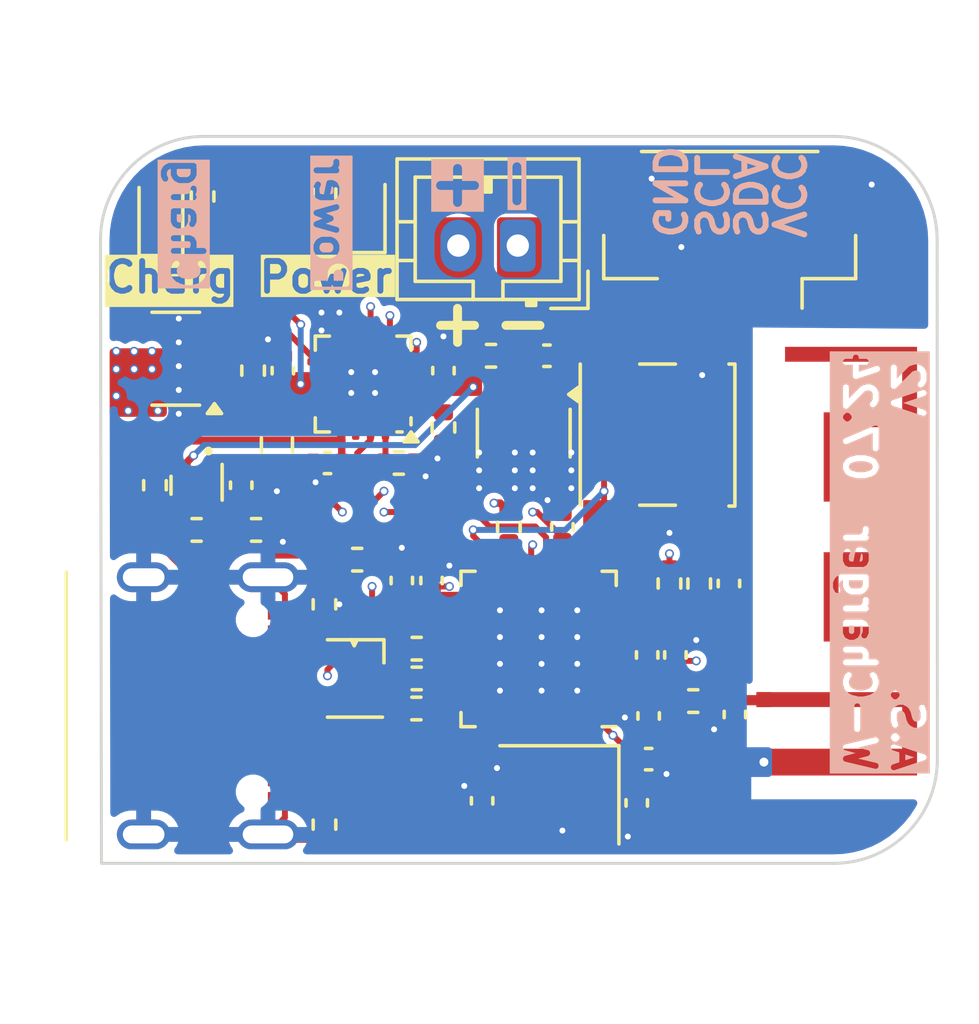
<source format=kicad_pcb>
(kicad_pcb (version 20240108) (generator "pcbnew") (generator_version "8.0")
  (layers (0 "F.Cu" signal "Front.Cu") (1 "In1.Cu" power "GND1.Cu") (2 "In2.Cu" power "SIG-POWER.Cu") (31 "B.Cu" signal "Back.Cu") (34 "B.Paste" user) (35 "F.Paste" user) (36 "B.SilkS" user "B.Silkscreen") (37 "F.SilkS" user "F.Silkscreen") (38 "B.Mask" user) (39 "F.Mask" user) (44 "Edge.Cuts" user))
  (net 0 "")
  (net 1 "GND")
  (net 2 "EXTI")
  (net 3 "Net-(AE1-A)")
  (net 4 "Net-(U3-LNA_IN)")
  (net 5 "Net-(U5-Vin)")
  (net 6 "VCC")
  (net 7 "+BATT")
  (net 8 "Earth")
  (net 9 "Net-(D2-A)")
  (net 10 "+3.3V")
  (net 11 "Net-(D2-K)")
  (net 12 "Net-(U1-CC1)")
  (net 13 "Net-(U1-CC2)")
  (net 14 "CHIP_EN")
  (net 15 "USB_D+")
  (net 16 "USB_D-")
  (net 17 "Net-(D3-A)")
  (net 18 "Net-(D3-K)")
  (net 19 "MCU_SCL")
  (net 20 "GPIO8")
  (net 23 "NCE")
  (net 26 "Net-(U3-GPIO9)")
  (net 27 "Net-(U4-ILIM)")
  (net 28 "EN1")
  (net 29 "Net-(D1-BK)")
  (net 30 "EN2")
  (net 31 "Net-(U4-ISET)")
  (net 32 "MCU_SDA")
  (net 33 "Net-(D1-GK)")
  (net 34 "Net-(D1-RK)")
  (net 37 "Grün")
  (net 38 "Blau")
  (net 39 "Rot")
  (net 40 "Net-(U3-XTAL_P)")
  (net 41 "Net-(U3-XTAL_N)")
  (net 42 "Net-(U2-EN)")
  (net 43 "Net-(U4-TS)")
  (net 47 "VCC_Sensor")
  (net 48 "Net-(Q1-G)")
  (net 49 "EN_ADC")
  (net 50 "Net-(Q1-D)")
  (net 51 "ADC")
  (net 52 "TD")
  (net 53 "OUT")
  (net 55 "Net-(R13-Pad2)")
  (footprint "Capacitor_SMD:C_0402_1005Metric" (layer "F.Cu") (at 150.3 91.3 -90)
    (property "Reference" "C3" (hide yes))
    (property "Value" "3p3_0402_C0G_50V")
  )
  (footprint "Resistor_SMD:R_0402_1005Metric" (layer "F.Cu") (at 140.5 81.66 -90)
    (property "Reference" "R20" (hide yes))
    (property "Value" "10k_0402")
  )
  (footprint "Resistor_SMD:R_0402_1005Metric" (layer "F.Cu") (at 136.5 95 -90)
    (property "Reference" "R3" (hide yes))
    (property "Value" "5k1_0402")
  )
  (footprint "Capacitor_SMD:C_0402_1005Metric" (layer "F.Cu") (at 144.5 85 -90)
    (property "Reference" "C5" (hide yes))
    (property "Value" "100n_0402_X7R_16V")
  )
  (footprint "Resistor_SMD:R_0402_1005Metric" (layer "F.Cu") (at 134.2 85.1)
    (property "Reference" "R14" (hide yes))
    (property "Value" "100k_0402")
  )
  (footprint "Resistor_SMD:R_0402_1005Metric" (layer "F.Cu") (at 137.6 86.1)
    (property "Reference" "R5" (hide yes))
    (property "Value" "1k_0402")
  )
  (footprint "Connector_JST:JST_GH_SM04B-GHS-TB_1x04-1MP_P1.25mm_Horizontal" (layer "F.Cu") (at 150.125 74.95 180)
    (property "Reference" "J3" (hide yes))
    (property "Value" "HCZZ0001-4")
  )
  (footprint "Capacitor_SMD:C_0402_1005Metric" (layer "F.Cu") (at 147.4 92.8)
    (property "Reference" "C1" (hide yes))
    (property "Value" "100n_0402_X7R_16V")
  )
  (footprint "Capacitor_SMD:C_0402_1005Metric" (layer "F.Cu") (at 133.7 83.6 90)
    (property "Reference" "C12" (hide yes))
    (property "Value" "100n_0402_X7R_16V")
  )
  (footprint "Capacitor_SMD:C_0402_1005Metric" (layer "F.Cu") (at 147 94.27 -90)
    (property "Reference" "C16" (hide yes))
    (property "Value" "10p_0402_C0G_50V")
  )
  (footprint "Resistor_SMD:R_0402_1005Metric" (layer "F.Cu") (at 139.6 89.09 180)
    (property "Reference" "R12" (hide yes))
    (property "Value" "330_0402")
  )
  (footprint "Capacitor_SMD:C_0402_1005Metric" (layer "F.Cu") (at 140.1 86.8 90)
    (property "Reference" "C11" (hide yes))
    (property "Value" "100n_0402_X7R_16V")
  )
  (footprint "Capacitor_SMD:C_0402_1005Metric" (layer "F.Cu") (at 139.1 86.8 90)
    (property "Reference" "C13" (hide yes))
    (property "Value" "100n_0402_X7R_16V")
  )
  (footprint "LEDSMD:LED_0606_1432_correct" (layer "F.Cu") (at 137.5 90.09 -90)
    (property "Reference" "D1" (hide yes))
    (property "Value" "XL-1615RGBC-RF")
  )
  (footprint "LED_SMD:LED_0603_1608Metric" (layer "F.Cu") (at 131 74.4 90)
    (property "Reference" "D2" (hide yes))
    (property "Value" "0603_RED")
  )
  (footprint "Capacitor_SMD:C_0402_1005Metric" (layer "F.Cu") (at 147.4 91.35 -90)
    (property "Reference" "C6" (hide yes))
    (property "Value" "3p3_0402_C0G_50V")
  )
  (footprint "DPSConnector:USB-C-MC-311D" (layer "F.Cu") (at 130.42 91.01 -90)
    (property "Reference" "U1" (hide yes))
    (property "Value" "USB-C-16P-SMD" (hide yes))
  )
  (footprint "Resistor_SMD:R_0402_1005Metric" (layer "F.Cu") (at 142.1 79.25)
    (property "Reference" "R4" (hide yes))
    (property "Value" "100_0402")
  )
  (footprint "Connector_JST:JST_PH_B2B-PH-K_1x02_P2.00mm_Vertical" (layer "F.Cu") (at 143 75.55 180)
    (property "Reference" "J2" (hide yes))
    (property "Value" "DPS_PPS")
  )
  (footprint "Resistor_SMD:R_0402_1005Metric" (layer "F.Cu") (at 139.59 91.1 180)
    (property "Reference" "R8" (hide yes))
    (property "Value" "330_0402")
  )
  (footprint "Resistor_SMD:R_0402_1005Metric" (layer "F.Cu") (at 149.1 86.9 -90)
    (property "Reference" "R1" (hide yes))
    (property "Value" "10k_0402")
  )
  (footprint "Capacitor_SMD:C_0402_1005Metric" (layer "F.Cu") (at 136.6 82.85 180)
    (property "Reference" "C8" (hide yes))
    (property "Value" "1u_0402_X5R_25V")
  )
  (footprint "Resistor_SMD:R_0402_1005Metric" (layer "F.Cu") (at 139 82.85)
    (property "Reference" "R16" (hide yes))
    (property "Value" "5k1_0402")
  )
  (footprint "Resistor_SMD:R_0402_1005Metric" (layer "F.Cu") (at 132.2 85.1)
    (property "Reference" "R13" (hide yes))
    (property "Value" "100k_0402")
  )
  (footprint "Resistor_SMD:R_0402_1005Metric" (layer "F.Cu") (at 148.1 86.9 -90)
    (property "Reference" "R19" (hide yes))
    (property "Value" "10k_0402")
  )
  (footprint "Resistor_SMD:R_0402_1005Metric" (layer "F.Cu") (at 148.9 90.85 180)
    (property "Reference" "L1" (hide yes))
    (property "Value" "2n2H_0403_500mA")
  )
  (footprint "Resistor_SMD:R_0402_1005Metric" (layer "F.Cu") (at 132.4 73.9 -90)
    (property "Reference" "R21" (hide yes))
    (property "Value" "3k_0402")
  )
  (footprint "Resistor_SMD:R_0402_1005Metric" (layer "F.Cu") (at 130.8 83.6 -90)
    (property "Reference" "R15" (hide yes))
    (property "Value" "1M_0402")
  )
  (footprint "Resistor_SMD:R_0402_1005Metric" (layer "F.Cu") (at 136.5 87.6 90)
    (property "Reference" "R2" (hide yes))
    (property "Value" "5k1_0402")
  )
  (footprint "LED_SMD:LED_0603_1608Metric" (layer "F.Cu") (at 137.8 74.3 90)
    (property "Reference" "D3" (hide yes))
    (property "Value" "0603_WHITE")
  )
  (footprint "Resistor_SMD:R_0603_1608Metric" (layer "F.Cu") (at 134.9 82.25 -90)
    (property "Reference" "R11" (hide yes))
    (property "Value" "1k5_0603")
  )
  (footprint "Capacitor_SMD:C_0402_1005Metric" (layer "F.Cu") (at 135.1 79.75 90)
    (property "Reference" "C10" (hide yes))
    (property "Value" "4u7_0402_X5R _10V")
  )
  (footprint "Resistor_SMD:R_0402_1005Metric" (layer "F.Cu") (at 136.5 73.8 -90)
    (property "Reference" "R17" (hide yes))
    (property "Value" "3k_0402")
  )
  (footprint "Package_TO_SOT_SMD:SOT-723" (layer "F.Cu") (at 132.2 83.6 -90)
    (property "Reference" "Q1" (hide yes))
    (property "Value" "WPM2031-3/TR ")
  )
  (footprint "switch:SW_SPST_TL3305B" (layer "F.Cu") (at 147.7 81.9 -90)
    (property "Reference" "SW2" (hide yes))
    (property "Value" "TS-1187A-B-A-B")
  )
  (footprint "Capacitor_SMD:C_0402_1005Metric" (layer "F.Cu") (at 150.1 86.9 90)
    (property "Reference" "C14" (hide yes))
    (property "Value" "1u_0402_X5R_25V")
  )
  (footprint "RF_Antenna:Texas_SWRA117D_2.4GHz_Left" (layer "F.Cu") (at 151.275 90.8 -90)
    (property "Reference" "AE1" (hide yes))
    (property "Value" "KH-3216-H0209" (hide yes))
  )
  (footprint "Resistor_SMD:R_0402_1005Metric" (layer "F.Cu") (at 142.7 85 -90)
    (property "Reference" "R6" (hide yes))
    (property "Value" "10k_0402")
  )
  (footprint "Capacitor_SMD:C_0402_1005Metric" (layer "F.Cu") (at 140.5 79.75 90)
    (property "Reference" "C9" (hide yes))
    (property "Value" "4u7_0402_X5R _10V")
  )
  (footprint "Resistor_SMD:R_0402_1005Metric" (layer "F.Cu") (at 139.6 90.09 180)
    (property "Reference" "R7" (hide yes))
    (property "Value" "330_0402")
  )
  (footprint "Resistor_SMD:R_0402_1005Metric" (layer "F.Cu") (at 134.1 79.75 90)
    (property "Reference" "R18" (hide yes))
    (property "Value" "1k_0402")
  )
  (footprint "Package_TO_SOT_SMD:SOT-23-5" (layer "F.Cu") (at 143.2 81.85 -90)
    (property "Reference" "U5" (hide yes))
    (property "Value" "SKCL3130ME")
  )
  (footprint "Capacitor_SMD:C_0402_1005Metric" (layer "F.Cu") (at 147.35 89.3 -90)
    (property "Reference" "C7" (hide yes))
    (property "Value" "100n_0402_X7R_16V")
  )
  (footprint "Package_DFN_QFN:QFN-32-1EP_5x5mm_P0.5mm_EP3.7x3.7mm" (layer "F.Cu") (at 143.7 89.1 180)
    (property "Reference" "U3" (hide yes))
    (property "Value" "ESP32-C3")
  )
  (footprint "Capacitor_SMD:C_0402_1005Metric" (layer "F.Cu") (at 148.3 89.3 -90)
    (property "Reference" "C2" (hide yes))
    (property "Value" "10u_0402_X5R_6V3")
  )
  (footprint "Capacitor_SMD:C_0402_1005Metric" (layer "F.Cu") (at 143.98 79.25)
    (property "Reference" "C4" (hide yes))
    (property "Value" "1u_0402_X5R_25V")
  )
  (footprint "Crystal:Crystal_SMD_3225-4Pin_3.2x2.5mm" (layer "F.Cu") (at 144.4 94 180)
    (property "Reference" "Y1" (hide yes))
    (property "Value" "40MHz_S3240000151040")
  )
  (footprint "Package_DFN_QFN:VQFN-16-1EP_3x3mm_P0.5mm_EP1.6x1.6mm" (layer "F.Cu") (at 137.8 80.2 180)
    (property "Reference" "U4" (hide yes))
    (property "Value" "BQ24073RGTR")
  )
  (footprint "Package_TO_SOT_SMD:SOT-23-5" (layer "F.Cu") (at 131.5 79.35 180)
    (property "Reference" "U2" (hide yes))
    (property "Value" "DS8561-33S5 ")
  )
  (footprint "Capacitor_SMD:C_0402_1005Metric" (layer "F.Cu") (at 141.8 94.2 90)
    (property "Reference" "C17" (hide yes))
    (property "Value" "10p_0402_C0G_50V")
  )
  (gr_line (start 128.96856 75.357111) (end 129 96.3) (stroke (width 0.1)) (layer "Edge.Cuts"))
  (gr_line (start 153.625171 71.882286) (end 132.443434 71.882237) (stroke (width 0.1)) (layer "Edge.Cuts"))
  (gr_arc (start 153.625171 71.882286) (mid 156.088549 72.906319) (end 157.1 75.374886) (stroke (width 0.1)) (layer "Edge.Cuts"))
  (gr_line (start 129 96.3) (end 153.613676 96.3) (stroke (width 0.1)) (layer "Edge.Cuts"))
  (gr_line (start 157.1 75.374886) (end 157.106276 92.825171) (stroke (width 0.1)) (layer "Edge.Cuts"))
  (gr_arc (start 157.106276 92.825171) (mid 156.082248 95.288578) (end 153.613676 96.3) (stroke (width 0.1)) (layer "Edge.Cuts"))
  (gr_arc (start 128.96856 75.357111) (mid 129.986334 72.9) (end 132.443434 71.882237) (stroke (width 0.1)) (layer "Edge.Cuts"))
  (gr_text "SCL\n" (at 148.9 75.4 270) (layer "B.SilkS") (effects (font (size 1 1) (thickness 0.2) (bold yes)) (justify left bottom mirror)))
  (gr_text "-\n" (at 142.2 74.6 270) (layer "B.SilkS" knockout) (effects (font (size 1.5 1.5) (thickness 0.3) (bold yes)) (justify left bottom mirror)))
  (gr_text "Power\n" (at 136.1 77.2 270) (layer "B.SilkS" knockout) (effects (font (size 1 1) (thickness 0.2) (bold yes)) (justify left bottom mirror)))
  (gr_text "VCC\n" (at 151.5 75.4 270) (layer "B.SilkS") (effects (font (size 1 1) (thickness 0.2) (bold yes)) (justify left bottom mirror)))
  (gr_text "SDA\n" (at 150.2 75.4 270) (layer "B.SilkS") (effects (font (size 1 1) (thickness 0.2) (bold yes)) (justify left bottom mirror)))
  (gr_text "A.S.            V2\nW-Charger  07.24" (at 153.9 93.3 -90) (layer "B.SilkS" knockout) (effects (font (size 1 1) (thickness 0.2) (bold yes)) (justify left bottom mirror)))
  (gr_text "Charg\n" (at 131.3 77.1 270) (layer "B.SilkS" knockout) (effects (font (size 1 1) (thickness 0.2) (bold yes)) (justify left bottom mirror)))
  (gr_text "+\n" (at 142.1 74.3 0) (layer "B.SilkS" knockout) (effects (font (size 1.5 1.5) (thickness 0.3) (bold yes)) (justify left bottom mirror)))
  (gr_text "GND\n" (at 147.5 75.4 270) (layer "B.SilkS") (effects (font (size 1 1) (thickness 0.2) (bold yes)) (justify left bottom mirror)))
  (gr_text "-\n" (at 144.3 79 0) (layer "F.SilkS") (effects (font (size 1.5 1.5) (thickness 0.3) (bold yes)) (justify left bottom mirror)))
  (gr_text "+\n" (at 142.1 79 0) (layer "F.SilkS") (effects (font (size 1.5 1.5) (thickness 0.3) (bold yes)) (justify left bottom mirror)))
  (gr_text "Charg\n" (at 129 77.2 0) (layer "F.SilkS" knockout) (effects (font (size 1 1) (thickness 0.2) (bold yes)) (justify left bottom)))
  (gr_text "Power\n" (at 134.2 77.2 0) (layer "F.SilkS" knockout) (effects (font (size 1 1) (thickness 0.2) (bold yes)) (justify left bottom)))
  (segment (start 154.9 73.5) (end 154.175 73.5) (width 0.25) (layer "F.Cu") (net 1))
  (segment (start 150.28 91.8) (end 150.3 91.78) (width 0.2) (layer "F.Cu") (net 1))
  (segment (start 135.17 87.26) (end 134.6 86.69) (width 0.2) (layer "F.Cu") (net 1))
  (segment (start 147.5 73.3) (end 146.925 73.3) (width 0.25) (layer "F.Cu") (net 1))
  (segment (start 149.2 79.9) (end 149.2 78.9) (width 0.25) (layer "F.Cu") (net 1))
  (segment (start 147.43 91.8) (end 147.4 91.83) (width 0.2) (layer "F.Cu") (net 1))
  (segment (start 137 87.6) (end 136.5 87.1) (width 0.2) (layer "F.Cu") (net 1))
  (segment (start 140.3 82.7) (end 140.5 82.5) (width 0.2) (layer "F.Cu") (net 1))
  (segment (start 137.4 79.8) (end 137.8 80.2) (width 0.25) (layer "F.Cu") (net 1))
  (segment (start 146.925 73.3) (end 146.675 73.55) (width 0.25) (layer "F.Cu") (net 1))
  (segment (start 141.2 93.7) (end 141.78 93.7) (width 0.25) (layer "F.Cu") (net 1))
  (segment (start 140.68 86.32) (end 140.1 86.32) (width 0.2) (layer "F.Cu") (net 1))
  (segment (start 144 84.1) (end 144.08 84.1) (width 0.2) (layer "F.Cu") (net 1))
  (segment (start 139.1 85.7) (end 139.1 86.32) (width 0.2) (layer "F.Cu") (net 1))
  (segment (start 149 88.8) (end 148.32 88.8) (width 0.2) (layer "F.Cu") (net 1))
  (segment (start 136.5 95.51) (end 134.78 95.51) (width 0.2) (layer "F.Cu") (net 1))
  (segment (start 144.5 95.2) (end 144.785 95.2) (width 0.2) (layer "F.Cu") (net 1))
  (segment (start 154.175 73.5) (end 154.125 73.55) (width 0.25) (layer "F.Cu") (net 1))
  (segment (start 148.25 75.85) (end 148.25 76.8) (width 0.25) (layer "F.Cu") (net 1))
  (segment (start 136.12 82.85) (end 136.12 83.42) (width 0.2) (layer "F.Cu") (net 1))
  (segment (start 135.1 85.49) (end 134.71 85.1) (width 0.2) (layer "F.Cu") (net 1))
  (segment (start 140.5 82.5) (end 140.5 82.17) (width 0.2) (layer "F.Cu") (net 1))
  (segment (start 149.6 91.8) (end 150.28 91.8) (width 0.2) (layer "F.Cu") (net 1))
  (segment (start 146.97 91.4) (end 147.4 91.83) (width 0.25) (layer "F.Cu") (net 1))
  (segment (start 148 93.3) (end 148 92.92) (width 0.2) (layer "F.Cu") (net 1))
  (segment (start 150.1 86.42) (end 150.1 85.8) (width 0.2) (layer "F.Cu") (net 1))
  (segment (start 135.1 85.5) (end 135.1 85.49) (width 0.2) (layer "F.Cu") (net 1))
  (segment (start 148.5 75.6) (end 148.25 75.85) (width 0.25) (layer "F.Cu") (net 1))
  (segment (start 148.32 88.8) (end 148.3 88.82) (width 0.2) (layer "F.Cu") (net 1))
  (segment (start 139.51 82.91) (end 139.51 82.85) (width 0.2) (layer "F.Cu") (net 1))
  (segment (start 146.6 91.4) (end 146.97 91.4) (width 0.25) (layer "F.Cu") (net 1))
  (segment (start 141.78 93.7) (end 141.8 93.72) (width 0.25) (layer "F.Cu") (net 1))
  (segment (start 148 92.92) (end 147.88 92.8) (width 0.2) (layer "F.Cu") (net 1))
  (segment (start 140.7 86.3) (end 140.68 86.32) (width 0.2) (layer "F.Cu") (net 1))
  (segment (start 135.1 79.27) (end 135.1 79.2) (width 0.2) (layer "F.Cu") (net 1))
  (segment (start 135.17 94.76) (end 134.6 95.33) (width 0.2) (layer "F.Cu") (net 1))
  (segment (start 140.5 79.27) (end 140.5 78.6) (width 0.2) (layer "F.Cu") (net 1))
  (segment (start 136.5 87.1) (end 136.5 87.09) (width 0.2) (layer "F.Cu") (net 1))
  (segment (start 146.7 94.75) (end 146.7 95.4) (width 0.2) (layer "F.Cu") (net 1))
  (segment (start 147.35 88.82) (end 148.3 88.82) (width 0.2) (layer "F.Cu") (net 1))
  (segment (start 148.9 85.2) (end 149.2 84.9) (width 0.2) (layer "F.Cu") (net 1))
  (segment (start 144.785 95.2) (end 145.185 94.8) (width 0.2) (layer "F.Cu") (net 1))
  (segment (start 134.9 83.075) (end 134.9 83.8) (width 0.2) (layer "F.Cu") (net 1))
  (segment (start 136.12 83.42) (end 136.2 83.5) (width 0.2) (layer "F.Cu") (net 1))
  (segment (start 137.052 79.452) (end 137.4 79.8) (width 0.25) (layer "F.Cu") (net 1))
  (segment (start 150.1 85.8) (end 149.2 84.9) (width 0.2) (layer "F.Cu") (net 1))
  (segment (start 135.17 94.21) (end 135.17 94.76) (width 0.2) (layer "F.Cu") (net 1))
  (segment (start 137.052 78.7645) (end 137.052 79.452) (width 0.25) (layer "F.Cu") (net 1))
  (segment (start 139.9 83.3) (end 139.51 82.91) (width 0.2) (layer "F.Cu") (net 1))
  (segment (start 135.17 87.81) (end 135.17 87.26) (width 0.2) (layer "F.Cu") (net 1))
  (segment (start 137.05 78.7625) (end 137.052 78.7645) (width 0.25) (layer "F.Cu") (net 1))
  (segment (start 134.78 95.51) (end 134.6 95.33) (width 0.2) (layer "F.Cu") (net 1))
  (segment (start 144.08 84.1) (end 144.5 84.52) (width 0.2) (layer "F.Cu") (net 1))
  (segment (start 135.1 79.2) (end 134.6 78.7) (width 0.2) (layer "F.Cu") (net 1))
  (segment (start 148.1 85.2) (end 148.9 85.2) (width 0.2) (layer "F.Cu") (net 1))
  (segment (start 142.3 93.1) (end 142.985 93.1) (width 0.2) (layer "F.Cu") (net 1))
  (via (at 137.4 79.8) (size 0.3) (drill 0.2) (layers "F.Cu" "B.Cu") (net 1))
  (via (at 140.5 78.6) (size 0.3) (drill 0.2) (layers "F.Cu" "B.Cu") (net 1))
  (via (at 147.5 73.3) (size 0.3) (drill 0.2) (layers "F.Cu" "B.Cu") (net 1))
  (via (at 143.5 82.5) (size 0.3) (drill 0.2) (layers "F.Cu" "B.Cu") (net 1))
  (via (at 143.8 90.5) (size 0.3) (drill 0.2) (layers "F.Cu" "B.Cu") (net 1))
  (via (at 136.2 83.5) (size 0.3) (drill 0.2) (layers "F.Cu" "B.Cu") (net 1))
  (via (at 142.4 89.6) (size 0.3) (drill 0.2) (layers "F.Cu" "B.Cu") (net 1))
  (via (at 138.2 80.5) (size 0.3) (drill 0.2) (layers "F.Cu" "B.Cu") (net 1))
  (via (at 142.4 87.8) (size 0.3) (drill 0.2) (layers "F.Cu" "B.Cu") (net 1))
  (via (at 143.5 83.7) (size 0.3) (drill 0.2) (layers "F.Cu" "B.Cu") (net 1))
  (via (at 143.8 88.7) (size 0.3) (drill 0.2) (layers "F.Cu" "B.Cu") (net 1))
  (via (at 144.8 83.1) (size 0.3) (drill 0.2) (layers "F.Cu" "B.Cu") (net 1))
  (via (at 144.8 83.7) (size 0.3) (drill 0.2) (layers "F.Cu" "B.Cu") (net 1))
  (via (at 143.5 83.1) (size 0.3) (drill 0.2) (layers "F.Cu" "B.Cu") (net 1))
  (via (at 144.8 82.5) (size 0.3) (drill 0.2) (layers "F.Cu" "B.Cu") (net 1))
  (via (at 139.9 83.3) (size 0.3) (drill 0.2) (layers "F.Cu" "B.Cu") (net 1))
  (via (at 138.2 79.8) (size 0.3) (drill 0.2) (layers "F.Cu" "B.Cu") (net 1))
  (via (at 141.7 83.1) (size 0.3) (drill 0.2) (layers "F.Cu" "B.Cu") (net 1))
  (via (at 149.6 91.8) (size 0.3) (drill 0.2) (layers "F.Cu" "B.Cu") (net 1))
  (via (at 135.1 85.5) (size 0.3) (drill 0.2) (layers "F.Cu" "B.Cu") (net 1))
  (via (at 142.9 82.5) (size 0.3) (drill 0.2) (layers "F.Cu" "B.Cu") (net 1))
  (via (at 145 89.6) (size 0.3) (drill 0.2) (layers "F.Cu" "B.Cu") (net 1))
  (via (at 145 90.5) (size 0.3) (drill 0.2) (layers "F.Cu" "B.Cu") (net 1))
  (via (at 145 87.8) (size 0.3) (drill 0.2) (layers "F.Cu" "B.Cu") (net 1))
  (via (at 148.1 85.2) (size 0.3) (drill 0.2) (layers "F.Cu" "B.Cu") (net 1))
  (via (at 148.5 75.6) (size 0.3) (drill 0.2) (layers "F.Cu" "B.Cu") (net 1))
  (via (at 142.3 93.1) (size 0.3) (drill 0.2) (layers "F.Cu" "B.Cu") (net 1))
  (via (at 136.4 78.4) (size 0.3) (drill 0.2) (layers "F.Cu" "B.Cu") (net 1))
  (via (at 154.9 73.5) (size 0.3) (drill 0.2) (layers "F.Cu" "B.Cu") (net 1))
  (via (at 131.6 78.8) (size 0.3) (drill 0.2) (layers "F.Cu" "B.Cu") (net 1))
  (via (at 142.4 88.7) (size 0.3) (drill 0.2) (layers "F.Cu" "B.Cu") (net 1))
  (via (at 134.9 83.8) (size 0.3) (drill 0.2) (layers "F.Cu" "B.Cu") (net 1))
  (via (at 131.6 79.6) (size 0.3) (drill 0.2) (layers "F.Cu" "B.Cu") (net 1))
  (via (at 131.6 80.4) (size 0.3) (drill 0.2) (layers "F.Cu" "B.Cu") (net 1))
  (via (at 142.9 83.7) (size 0.3) (drill 0.2) (layers "F.Cu" "B.Cu") (net 1))
  (via (at 146.6 91.4) (size 0.3) (drill 0.2) (layers "F.Cu" "B.Cu") (net 1))
  (via (at 141.7 82.5) (size 0.3) (drill 0.2) (layers "F.Cu" "B.Cu") (net 1))
  (via (at 137.4 80.5) (size 0.3) (drill 0.2) (layers "F.Cu" "B.Cu") (net 1))
  (via (at 144 84.1) (size 0.3) (drill 0.2) (layers "F.Cu" "B.Cu") (net 1))
  (via (at 143.8 87.8) (size 0.3) (drill 0.2) (layers "F.Cu" "B.Cu") (net 1))
  (via (at 131.6 78) (size 0.3) (drill 0.2) (layers "F.Cu" "B.Cu") (net 1))
  (via (at 146.7 95.4) (size 0.3) (drill 0.2) (layers "F.Cu" "B.Cu") (net 1))
  (via (at 141.7 83.7) (size 0.3) (drill 0.2) (layers "F.Cu" "B.Cu") (net 1))
  (via (at 149.2 79.9) (size 0.3) (drill 0.2) (layers "F.Cu" "B.Cu") (net 1))
  (via (at 142.4 90.5) (size 0.3) (drill 0.2) (layers "F.Cu" "B.Cu") (net 1))
  (via (at 136.4 77.8) (size 0.3) (drill 0.2) (layers "F.Cu" "B.Cu") (net 1))
  (via (at 134.6 78.7) (size 0.3) (drill 0.2) (layers "F.Cu" "B.Cu") (net 1))
  (via (at 145 88.7) (size 0.3) (drill 0.2) (layers "F.Cu" "B.Cu") (net 1))
  (via (at 149 88.8) (size 0.3) (drill 0.2) (layers "F.Cu" "B.Cu") (net 1))
  (via (at 140.7 86.3) (size 0.3) (drill 0.2) (layers "F.Cu" "B.Cu") (net 1))
  (via (at 131.6 81.2) (size 0.3) (drill 0.2) (layers "F.Cu" "B.Cu") (net 1))
  (via (at 141.2 93.7) (size 0.3) (drill 0.2) (layers "F.Cu" "B.Cu") (net 1))
  (via (at 144.5 95.2) (size 0.3) (drill 0.2) (layers "F.Cu" "B.Cu") (net 1))
  (via (at 139.1 85.7) (size 0.3) (drill 0.2) (layers "F.Cu" "B.Cu") (net 1))
  (via (at 140.3 82.7) (size 0.3) (drill 0.2) (layers "F.Cu" "B.Cu") (net 1))
  (via (at 148 93.3) (size 0.3) (drill 0.2) (layers "F.Cu" "B.Cu") (net 1))
  (via (at 137 87.6) (size 0.3) (drill 0.2) (layers "F.Cu" "B.Cu") (net 1))
  (via (at 142.9 83.1) (size 0.3) (drill 0.2) (layers "F.Cu" "B.Cu") (net 1))
  (via (at 143.8 89.6) (size 0.3) (drill 0.2) (layers "F.Cu" "B.Cu") (net 1))
  (via (at 137 77.8) (size 0.3) (drill 0.2) (layers "F.Cu" "B.Cu") (net 1))
  (segment (start 146.2 88.3) (end 148.21 88.3) (width 0.2) (layer "F.Cu") (net 2))
  (segment (start 146.15 88.35) (end 146.2 88.3) (width 0.2) (layer "F.Cu") (net 2))
  (segment (start 148.21 88.3) (end 149.1 87.41) (width 0.2) (layer "F.Cu") (net 2))
  (segment (start 150.3 90.82) (end 151.255 90.82) (width 0.3424) (layer "F.Cu") (net 3))
  (segment (start 150.27 90.85) (end 150.3 90.82) (width 0.3424) (layer "F.Cu") (net 3))
  (segment (start 151.255 90.82) (end 151.275 90.8) (width 0.3424) (layer "F.Cu") (net 3))
  (segment (start 149.41 90.85) (end 150.27 90.85) (width 0.3424) (layer "F.Cu") (net 3))
  (segment (start 146.15 90.85) (end 147.38 90.85) (width 0.3424) (layer "F.Cu") (net 4))
  (segment (start 147.4 90.87) (end 148.37 90.87) (width 0.3424) (layer "F.Cu") (net 4))
  (segment (start 147.38 90.85) (end 147.4 90.87) (width 0.3424) (layer "F.Cu") (net 4))
  (segment (start 148.37 90.87) (end 148.39 90.85) (width 0.3424) (layer "F.Cu") (net 4))
  (segment (start 142.25 79.61) (end 142.25 80.7125) (width 0.55) (layer "F.Cu") (net 5))
  (segment (start 143.5 79.25) (end 142.61 79.25) (width 0.55) (layer "F.Cu") (net 5))
  (segment (start 142.61 79.25) (end 142.25 79.61) (width 0.55) (layer "F.Cu") (net 5))
  (segment (start 133.2 91.9) (end 133.2 90.3) (width 0.25) (layer "F.Cu") (net 6))
  (segment (start 130.1 82.6) (end 130.6 82.1) (width 0.2672) (layer "F.Cu") (net 6))
  (segment (start 134.69 88.61) (end 135.17 88.61) (width 0.25) (layer "F.Cu") (net 6))
  (segment (start 130.6 82.1) (end 137.08 82.1) (width 0.2672) (layer "F.Cu") (net 6))
  (segment (start 130.1 84.7) (end 130.1 82.6) (width 0.2672) (layer "F.Cu") (net 6))
  (segment (start 137.08 81.6675) (end 137.05 81.6375) (width 0.25) (layer "F.Cu") (net 6))
  (segment (start 137.08 82.85) (end 137.08 82.1) (width 0.25) (layer "F.Cu") (net 6))
  (segment (start 133.2 90.3) (end 133.2 87.8) (width 0.2672) (layer "F.Cu") (net 6))
  (segment (start 133.2 87.8) (end 130.1 84.7) (width 0.2672) (layer "F.Cu") (net 6))
  (segment (start 133.2 90.3) (end 133.2 90.1) (width 0.25) (layer "F.Cu") (net 6))
  (segment (start 137.08 82.1) (end 137.08 81.6675) (width 0.25) (layer "F.Cu") (net 6))
  (segment (start 134.71 93.41) (end 133.2 91.9) (width 0.25) (layer "F.Cu") (net 6))
  (segment (start 133.2 90.1) (end 134.69 88.61) (width 0.25) (layer "F.Cu") (net 6))
  (segment (start 135.17 93.41) (end 134.71 93.41) (width 0.25) (layer "F.Cu") (net 6))
  (segment (start 130.8 83.09) (end 131.735 83.09) (width 0.35) (layer "F.Cu") (net 7))
  (segment (start 131.735 83.09) (end 131.8 83.025) (width 0.35) (layer "F.Cu") (net 7))
  (segment (start 131.8 82.9) (end 132.1 82.6) (width 0.25) (layer "F.Cu") (net 7))
  (via (at 141.5 80.3) (size 0.3) (drill 0.2) (layers "F.Cu" "B.Cu") (net 7))
  (via (at 132.1 82.6) (size 0.3) (drill 0.2) (layers "F.Cu" "B.Cu") (net 7))
  (segment (start 132.1 82.6) (end 132.45 82.25) (width 0.2) (layer "B.Cu") (net 7))
  (segment (start 139.55 82.25) (end 141.5 80.3) (width 0.2) (layer "B.Cu") (net 7))
  (segment (start 132.45 82.25) (end 139.55 82.25) (width 0.2) (layer "B.Cu") (net 7))
  (segment (start 131 73.6125) (end 132.1775 73.6125) (width 0.2) (layer "F.Cu") (net 9))
  (segment (start 132.1775 73.6125) (end 132.4 73.39) (width 0.2) (layer "F.Cu") (net 9))
  (segment (start 141.18 87.28) (end 141.25 87.35) (width 0.2) (layer "F.Cu") (net 10))
  (segment (start 142.2 84.2) (end 142.41 84.2) (width 0.25) (layer "F.Cu") (net 10))
  (segment (start 143.5 84.5) (end 143.647102 84.5) (width 0.2) (layer "F.Cu") (net 10))
  (segment (start 140.7 87) (end 140.38 87) (width 0.2) (layer "F.Cu") (net 10))
  (segment (start 146.705 92.7) (end 146.705 92.505) (width 0.2) (layer "F.Cu") (net 10))
  (segment (start 144.45 86.65) (end 144.45 85.53) (width 0.2) (layer "F.Cu") (net 10))
  (segment (start 146.705 92.505) (end 146.2 92) (width 0.2) (layer "F.Cu") (net 10))
  (segment (start 149 89.5) (end 148.58 89.5) (width 0.2) (layer "F.Cu") (net 10))
  (segment (start 148.1 85.9) (end 148.1 86.39) (width 0.2) (layer "F.Cu") (net 10))
  (segment (start 140.38 87) (end 140.1 87.28) (width 0.2) (layer "F.Cu") (net 10))
  (segment (start 144.45 85.53) (end 144.5 85.48) (width 0.2) (layer "F.Cu") (net 10))
  (segment (start 136.6 90) (end 136.6 89.79) (width 0.2) (layer "F.Cu") (net 10))
  (segment (start 143.647102 84.5) (end 144.5 85.352898) (width 0.2) (layer "F.Cu") (net 10))
  (segment (start 144.5 85.352898) (end 144.5 85.48) (width 0.2) (layer "F.Cu") (net 10))
  (segment (start 140.1 87.28) (end 141.18 87.28) (width 0.2) (layer "F.Cu") (net 10))
  (segment (start 147.23 89.9) (end 146.2 89.9) (width 0.2) (layer "F.Cu") (net 10))
  (segment (start 148.1 86.39) (end 149.1 86.39) (width 0.2) (layer "F.Cu") (net 10))
  (segment (start 146.15 89.85) (end 146.15 90.35) (width 0.2) (layer "F.Cu") (net 10))
  (segment (start 136.6 89.79) (end 137 89.39) (width 0.2) (layer "F.Cu") (net 10))
  (segment (start 148.58 89.5) (end 148.3 89.78) (width 0.2) (layer "F.Cu") (net 10))
  (segment (start 146.2 92) (end 145.75 91.55) (width 0.2) (layer "F.Cu") (net 10))
  (segment (start 145.45 91.55) (end 144.95 91.55) (width 0.2) (layer "F.Cu") (net 10))
  (segment (start 142.41 84.2) (end 142.7 84.49) (width 0.25) (layer "F.Cu") (net 10))
  (segment (start 148.3 89.78) (end 147.35 89.78) (width 0.2) (layer "F.Cu") (net 10))
  (segment (start 147.35 89.78) (end 147.23 89.9) (width 0.2) (layer "F.Cu") (net 10))
  (segment (start 146.2 89.9) (end 146.15 89.85) (width 0.2) (layer "F.Cu") (net 10))
  (segment (start 145.75 91.55) (end 145.45 91.55) (width 0.2) (layer "F.Cu") (net 10))
  (segment (start 137.1 89.49) (end 137 89.39) (width 0.2) (layer "F.Cu") (net 10))
  (via (at 129.5 80.6) (size 0.3) (drill 0.2) (layers "F.Cu" "B.Cu") (net 10))
  (via (at 136.6 90) (size 0.3) (drill 0.2) (layers "F.Cu" "B.Cu") (net 10))
  (via (at 140.7 87) (size 0.3) (drill 0.2) (layers "F.Cu" "B.Cu") (net 10))
  (via (at 130.9 81.1) (size 0.3) (drill 0.2) (layers "F.Cu" "B.Cu") (net 10))
  (via (at 129.5 79.1) (size 0.3) (drill 0.2) (layers "F.Cu" "B.Cu") (net 10))
  (via (at 143.5 84.5) (size 0.3) (drill 0.2) (layers "F.Cu" "B.Cu") (net 10))
  (via (at 129.5 79.7) (size 0.3) (drill 0.2) (layers "F.Cu" "B.Cu") (net 10))
  (via (at 129.9 81.1) (size 0.3) (drill 0.2) (layers "F.Cu" "B.Cu") (net 10))
  (via (at 142.2 84.2) (size 0.3) (drill 0.2) (layers "F.Cu" "B.Cu") (net 10))
  (via (at 130.1 79.1) (size 0.3) (drill 0.2) (layers "F.Cu" "B.Cu") (net 10))
  (via (at 130.1 79.7) (size 0.3) (drill 0.2) (layers "F.Cu" "B.Cu") (net 10))
  (via (at 148.1 85.9) (size 0.3) (drill 0.2) (layers "F.Cu" "B.Cu") (net 10))
  (via (at 130.7 79.7) (size 0.3) (drill 0.2) (layers "F.Cu" "B.Cu") (net 10))
  (via (at 149 89.5) (size 0.3) (drill 0.2) (layers "F.Cu" "B.Cu") (net 10))
  (via (at 130.7 79.1) (size 0.3) (drill 0.2) (layers "F.Cu" "B.Cu") (net 10))
  (via (at 146.2 92) (size 0.3) (drill 0.2) (layers "F.Cu" "B.Cu") (net 10))
  (segment (start 131.9875 75.1875) (end 136.25 79.45) (width 0.2) (layer "F.Cu") (net 11))
  (segment (start 136.25 79.45) (end 136.3625 79.45) (width 0.2) (layer "F.Cu") (net 11))
  (segment (start 131 75.1875) (end 131.9875 75.1875) (width 0.2) (layer "F.Cu") (net 11))
  (segment (start 136.2 89.5) (end 136.2 88.41) (width 0.2) (layer "F.Cu") (net 12))
  (segment (start 135.17 89.76) (end 135.94 89.76) (width 0.2) (layer "F.Cu") (net 12))
  (segment (start 136.2 88.41) (end 136.5 88.11) (width 0.2) (layer "F.Cu") (net 12))
  (segment (start 135.94 89.76) (end 136.2 89.5) (width 0.2) (layer "F.Cu") (net 12))
  (segment (start 135.844 92.76) (end 135.17 92.76) (width 0.2) (layer "F.Cu") (net 13))
  (segment (start 136.5 94.49) (end 136.5 93.416) (width 0.2) (layer "F.Cu") (net 13))
  (segment (start 136.5 93.416) (end 135.844 92.76) (width 0.2) (layer "F.Cu") (net 13))
  (segment (start 149.633 86.913) (end 150.1 87.38) (width 0.2) (layer "F.Cu") (net 14))
  (segment (start 148.05 87.85) (end 148.1 87.8) (width 0.2) (layer "F.Cu") (net 14))
  (segment (start 146.15 87.85) (end 148.05 87.85) (width 0.2) (layer "F.Cu") (net 14))
  (segment (start 148.1 87.8) (end 148.1 87.41) (width 0.2) (layer "F.Cu") (net 14))
  (segment (start 148.1 87.41) (end 148.597 86.913) (width 0.2) (layer "F.Cu") (net 14))
  (segment (start 148.597 86.913) (end 149.633 86.913) (width 0.2) (layer "F.Cu") (net 14))
  (segment (start 135.6048 91.7452) (end 135.812576 91.7452) (width 0.2672) (layer "F.Cu") (net 15))
  (segment (start 135.59 91.76) (end 135.6048 91.7452) (width 0.2672) (layer "F.Cu") (net 15))
  (segment (start 136.602576 92.5352) (end 141.9648 92.5352) (width 0.2672) (layer "F.Cu") (net 15))
  (segment (start 134.3394 91.6706) (end 134.4288 91.76) (width 0.2672) (layer "F.Cu") (net 15))
  (segment (start 135.17 91.76) (end 135.59 91.76) (width 0.2672) (layer "F.Cu") (net 15))
  (segment (start 135.17 90.76) (end 134.4288 90.76) (width 0.2672) (layer "F.Cu") (net 15))
  (segment (start 134.4288 90.76) (end 134.3394 90.8494) (width 0.2672) (layer "F.Cu") (net 15))
  (segment (start 142.45 92.05) (end 142.45 91.55) (width 0.2672) (layer "F.Cu") (net 15))
  (segment (start 134.4288 91.76) (end 135.17 91.76) (width 0.2672) (layer "F.Cu") (net 15))
  (segment (start 134.3394 90.8494) (end 134.3394 91.6706) (width 0.2672) (layer "F.Cu") (net 15))
  (segment (start 141.9648 92.5352) (end 142.45 92.05) (width 0.2672) (layer "F.Cu") (net 15))
  (segment (start 135.812576 91.7452) (end 136.602576 92.5352) (width 0.2672) (layer "F.Cu") (net 15))
  (segment (start 135.6048 91.2748) (end 136.007424 91.2748) (width 0.2672) (layer "F.Cu") (net 16))
  (segment (start 138.013298 91.439083) (end 138.133298 91.439083) (width 0.2672) (layer "F.Cu") (net 16))
  (segment (start 138.733298 92.0648) (end 139 92.0648) (width 0.2672) (layer "F.Cu") (net 16))
  (segment (start 139 92.0648) (end 141.7352 92.0648) (width 0.2672) (layer "F.Cu") (net 16))
  (segment (start 136.007424 90.356224) (end 136.007424 91.2748) (width 0.2672) (layer "F.Cu") (net 16))
  (segment (start 136.797424 92.0648) (end 137.533298 92.0648) (width 0.2672) (layer "F.Cu") (net 16))
  (segment (start 135.59 91.26) (end 135.6048 91.2748) (width 0.2672) (layer "F.Cu") (net 16))
  (segment (start 141.95 91.85) (end 141.95 91.55) (width 0.2672) (layer "F.Cu") (net 16))
  (segment (start 138.613298 92.0648) (end 138.733298 92.0648) (width 0.2672) (layer "F.Cu") (net 16))
  (segment (start 141.7352 92.0648) (end 141.95 91.85) (width 0.2672) (layer "F.Cu") (net 16))
  (segment (start 138.373298 91.679083) (end 138.373298 91.8248) (width 0.2672) (layer "F.Cu") (net 16))
  (segment (start 137.773298 91.8248) (end 137.773298 91.679083) (width 0.2672) (layer "F.Cu") (net 16))
  (segment (start 135.9112 90.26) (end 136.007424 90.356224) (width 0.2672) (layer "F.Cu") (net 16))
  (segment (start 135.17 90.26) (end 135.9112 90.26) (width 0.2672) (layer "F.Cu") (net 16))
  (segment (start 136.007424 91.2748) (end 136.797424 92.0648) (width 0.2672) (layer "F.Cu") (net 16))
  (segment (start 135.17 91.26) (end 135.59 91.26) (width 0.2672) (layer "F.Cu") (net 16))
  (arc (start 138.373298 91.8248) (mid 138.443592 91.994506) (end 138.613298 92.0648) (width 0.2672) (layer "F.Cu") (net 16))
  (arc (start 137.773298 91.679083) (mid 137.843592 91.509377) (end 138.013298 91.439083) (width 0.2672) (layer "F.Cu") (net 16))
  (arc (start 138.133298 91.439083) (mid 138.303004 91.509377) (end 138.373298 91.679083) (width 0.2672) (layer "F.Cu") (net 16))
  (arc (start 137.533298 92.0648) (mid 137.703004 91.994506) (end 137.773298 91.8248) (width 0.2672) (layer "F.Cu") (net 16))
  (segment (start 137.2775 73.29) (end 137.5 73.5125) (width 0.2) (layer "F.Cu") (net 17))
  (segment (start 136.5 73.29) (end 137.2775 73.29) (width 0.2) (layer "F.Cu") (net 17))
  (segment (start 137.5 75.0875) (end 137.5 78.7125) (width 0.2) (layer "F.Cu") (net 18))
  (segment (start 137.5 78.7125) (end 137.55 78.7625) (width 0.2) (layer "F.Cu") (net 18))
  (segment (start 145.846 86.254) (end 146.854448 86.254) (width 0.2) (layer "F.Cu") (net 19))
  (segment (start 146.854448 86.254) (end 147.173 85.935448) (width 0.2) (layer "F.Cu") (net 19))
  (segment (start 147.227 84.323) (end 147.227 82.827) (width 0.2) (layer "F.Cu") (net 19))
  (segment (start 147.173 84.377) (end 147.227 84.323) (width 0.2) (layer "F.Cu") (net 19))
  (segment (start 150.177 79.877) (end 150.177 77.477) (width 0.2) (layer "F.Cu") (net 19))
  (segment (start 147.173 85.935448) (end 147.173 84.377) (width 0.2) (layer "F.Cu") (net 19))
  (segment (start 145.45 86.65) (end 145.846 86.254) (width 0.2) (layer "F.Cu") (net 19))
  (segment (start 150.177 77.477) (end 149.5 76.8) (width 0.2) (layer "F.Cu") (net 19))
  (segment (start 147.227 82.827) (end 150.177 79.877) (width 0.2) (layer "F.Cu") (net 19))
  (segment (start 142.95 85.76) (end 142.7 85.51) (width 0.2) (layer "F.Cu") (net 20))
  (segment (start 142.95 86.65) (end 142.95 85.76) (width 0.2) (layer "F.Cu") (net 20))
  (segment (start 143.45 85.65) (end 143.5 85.6) (width 0.2) (layer "F.Cu") (net 23))
  (segment (start 139.6 78.8) (end 139.6 79.0875) (width 0.2) (layer "F.Cu") (net 23))
  (segment (start 143.45 86.65) (end 143.45 85.65) (width 0.2) (layer "F.Cu") (net 23))
  (segment (start 139.6 79.0875) (end 139.2375 79.45) (width 0.2) (layer "F.Cu") (net 23))
  (via (at 143.5 85.6) (size 0.3) (drill 0.2) (layers "F.Cu" "B.Cu") (net 23))
  (via (at 139.6 78.8) (size 0.3) (drill 0.2) (layers "F.Cu" "B.Cu") (net 23))
  (segment (start 145.9 83.8) (end 145.9 84.9) (width 0.2) (layer "F.Cu") (net 26))
  (segment (start 142.45 86.250001) (end 141.5 85.300001) (width 0.2) (layer "F.Cu") (net 26))
  (segment (start 141.5 85.300001) (end 141.5 85.1) (width 0.2) (layer "F.Cu") (net 26))
  (segment (start 142.45 86.65) (end 142.45 86.250001) (width 0.2) (layer "F.Cu") (net 26))
  (segment (start 145.9 78.9) (end 145.9 83.8) (width 0.2) (layer "F.Cu") (net 26))
  (via (at 145.9 83.8) (size 0.3) (drill 0.2) (layers "F.Cu" "B.Cu") (net 26))
  (via (at 141.5 85.1) (size 0.3) (drill 0.2) (layers "F.Cu" "B.Cu") (net 26))
  (segment (start 141.5 85.1) (end 144.6 85.1) (width 0.2) (layer "B.Cu") (net 26))
  (segment (start 144.6 85.1) (end 145.9 83.8) (width 0.2) (layer "B.Cu") (net 26))
  (segment (start 134.9 81.425) (end 135.325 81) (width 0.2) (layer "F.Cu") (net 27))
  (segment (start 136.3125 81) (end 136.3625 80.95) (width 0.2) (layer "F.Cu") (net 27))
  (segment (start 135.325 81) (end 136.3125 81) (width 0.2) (layer "F.Cu") (net 27))
  (segment (start 138.05 77.6) (end 138.05 78.7625) (width 0.2) (layer "F.Cu") (net 28))
  (segment (start 140.850001 88.35) (end 141.25 88.35) (width 0.2) (layer "F.Cu") (net 28))
  (segment (start 138.1 87.4) (end 138.1 87) (width 0.2) (layer "F.Cu") (net 28))
  (segment (start 140.627001 88.127) (end 140.850001 88.35) (width 0.2) (layer "F.Cu") (net 28))
  (segment (start 138.827 88.127) (end 138.1 87.4) (width 0.2) (layer "F.Cu") (net 28))
  (segment (start 138.827 88.127) (end 140.627001 88.127) (width 0.2) (layer "F.Cu") (net 28))
  (via (at 138.05 77.6) (size 0.3) (drill 0.2) (layers "F.Cu" "B.Cu") (net 28))
  (via (at 138.1 87) (size 0.3) (drill 0.2) (layers "F.Cu" "B.Cu") (net 28))
  (segment (start 137.01 90.79) (end 137.71 90.09) (width 0.2) (layer "F.Cu") (net 29))
  (segment (start 137.71 90.09) (end 139.09 90.09) (width 0.2) (layer "F.Cu") (net 29))
  (segment (start 137 90.79) (end 137.01 90.79) (width 0.2) (layer "F.Cu") (net 29))
  (segment (start 138 84.3) (end 138.5 83.8) (width 0.2) (layer "F.Cu") (net 30))
  (segment (start 138.313603 84.95) (end 138 84.636397) (width 0.2) (layer "F.Cu") (net 30))
  (segment (start 138.7 78.6125) (end 138.55 78.7625) (width 0.2) (layer "F.Cu") (net 30))
  (segment (start 140.25 84.95) (end 138.313603 84.95) (width 0.2) (layer "F.Cu") (net 30))
  (segment (start 138.7 77.9) (end 138.7 78.6125) (width 0.2) (layer "F.Cu") (net 30))
  (segment (start 141.95 86.65) (end 140.25 84.95) (width 0.2) (layer "F.Cu") (net 30))
  (segment (start 138 84.636397) (end 138 84.3) (width 0.2) (layer "F.Cu") (net 30))
  (via (at 138.5 83.8) (size 0.3) (drill 0.2) (layers "F.Cu" "B.Cu") (net 30))
  (via (at 138.7 77.9) (size 0.3) (drill 0.2) (layers "F.Cu" "B.Cu") (net 30))
  (segment (start 138.55 82.79) (end 138.55 81.6375) (width 0.2) (layer "F.Cu") (net 31))
  (segment (start 138.49 82.85) (end 138.55 82.79) (width 0.2) (layer "F.Cu") (net 31))
  (segment (start 149.087316 75) (end 150.75 76.662684) (width 0.2) (layer "F.Cu") (net 32))
  (segment (start 144.95 86.250001) (end 145.273001 85.927) (width 0.2) (layer "F.Cu") (net 32))
  (segment (start 150.75 76.662684) (end 150.75 76.8) (width 0.2) (layer "F.Cu") (net 32))
  (segment (start 146.846 84.241552) (end 146.9 84.187552) (width 0.2) (layer "F.Cu") (net 32))
  (segment (start 146.846 85.8) (end 146.846 84.241552) (width 0.2) (layer "F.Cu") (net 32))
  (segment (start 146.9 84.187552) (end 146.9 76.5) (width 0.2) (layer "F.Cu") (net 32))
  (segment (start 145.273001 85.927) (end 146.719 85.927) (width 0.2) (layer "F.Cu") (net 32))
  (segment (start 146.719 85.927) (end 146.846 85.8) (width 0.2) (layer "F.Cu") (net 32))
  (segment (start 148.4 75) (end 149.087316 75) (width 0.2) (layer "F.Cu") (net 32))
  (segment (start 144.95 86.65) (end 144.95 86.250001) (width 0.2) (layer "F.Cu") (net 32))
  (segment (start 146.9 76.5) (end 148.4 75) (width 0.2) (layer "F.Cu") (net 32))
  (segment (start 138 90.79) (end 138.77 90.79) (width 0.2) (layer "F.Cu") (net 33))
  (segment (start 138.77 90.79) (end 139.08 91.1) (width 0.2) (layer "F.Cu") (net 33))
  (segment (start 138.79 89.39) (end 139.09 89.09) (width 0.2) (layer "F.Cu") (net 34))
  (segment (start 138 89.39) (end 138.79 89.39) (width 0.2) (layer "F.Cu") (net 34))
  (segment (start 140.1 91.1) (end 141 91.1) (width 0.2) (layer "F.Cu") (net 37))
  (segment (start 141 91.1) (end 141.25 90.85) (width 0.2) (layer "F.Cu") (net 37))
  (segment (start 140.11 90.09) (end 140.37 90.35) (width 0.2) (layer "F.Cu") (net 38))
  (segment (start 140.37 90.35) (end 141.25 90.35) (width 0.2) (layer "F.Cu") (net 38))
  (segment (start 140.87 89.85) (end 141.25 89.85) (width 0.2) (layer "F.Cu") (net 39))
  (segment (start 140.11 89.09) (end 140.87 89.85) (width 0.2) (layer "F.Cu") (net 39))
  (segment (start 144.777 92.177) (end 145.5 92.9) (width 0.2) (layer "F.Cu") (net 40))
  (segment (start 144.45 91.55) (end 144.45 91.861146) (width 0.2) (layer "F.Cu") (net 40))
  (segment (start 144.765854 92.177) (end 144.777 92.177) (width 0.2) (layer "F.Cu") (net 40))
  (segment (start 144.45 91.861146) (end 144.765854 92.177) (width 0.2) (layer "F.Cu") (net 40))
  (segment (start 145.5 92.9) (end 145.5 93.15) (width 0.2) (layer "F.Cu") (net 40))
  (segment (start 145.5 93.15) (end 146.36 93.15) (width 0.2) (layer "F.Cu") (net 40))
  (segment (start 146.36 93.15) (end 147 93.79) (width 0.2) (layer "F.Cu") (net 40))
  (segment (start 144.227 93.85) (end 144.1 93.977) (width 0.2) (layer "F.Cu") (net 41))
  (segment (start 144.1 93.977) (end 144.1 94.05) (width 0.2) (layer "F.Cu") (net 41))
  (segment (start 143.95 91.55) (end 143.95 92.15) (width 0.2) (layer "F.Cu") (net 41))
  (segment (start 143.13 94.68) (end 143.3 94.85) (width 0.2) (layer "F.Cu") (net 41))
  (segment (start 144.227 92.427) (end 144.227 93.85) (width 0.2) (layer "F.Cu") (net 41))
  (segment (start 143.95 92.15) (end 144.227 92.427) (width 0.2) (layer "F.Cu") (net 41))
  (segment (start 144.1 94.05) (end 143.3 94.85) (width 0.2) (layer "F.Cu") (net 41))
  (segment (start 141.8 94.68) (end 143.13 94.68) (width 0.2) (layer "F.Cu") (net 41))
  (segment (start 132.6375 78.4) (end 133.26 78.4) (width 0.2) (layer "F.Cu") (net 42))
  (segment (start 133.26 78.4) (end 134.1 79.24) (width 0.2) (layer "F.Cu") (net 42))
  (segment (start 139.2375 80.95) (end 139.4375 81.15) (width 0.2672) (layer "F.Cu") (net 43))
  (segment (start 139.4375 81.15) (end 140.5 81.15) (width 0.2672) (layer "F.Cu") (net 43))
  (segment (start 146.519 86.581) (end 146.989896 86.581) (width 0.2) (layer "F.Cu") (net 47))
  (segment (start 146.15 86.95) (end 146.519 86.581) (width 0.2) (layer "F.Cu") (net 47))
  (segment (start 146.15 87.35) (end 146.15 86.95) (width 0.2) (layer "F.Cu") (net 47))
  (segment (start 147.5 86.070896) (end 147.5 84.512448) (width 0.2) (layer "F.Cu") (net 47))
  (segment (start 152 76.937316) (end 152 76.8) (width 0.2) (layer "F.Cu") (net 47))
  (segment (start 150.504 80.012448) (end 150.504 77.996) (width 0.2) (layer "F.Cu") (net 47))
  (segment (start 147.5 84.512448) (end 147.554 84.458448) (width 0.2) (layer "F.Cu") (net 47))
  (segment (start 150.941316 77.996) (end 152 76.937316) (width 0.2) (layer "F.Cu") (net 47))
  (segment (start 147.554 82.962448) (end 150.504 80.012448) (width 0.2) (layer "F.Cu") (net 47))
  (segment (start 150.504 77.996) (end 150.941316 77.996) (width 0.2) (layer "F.Cu") (net 47))
  (segment (start 147.554 84.458448) (end 147.554 82.962448) (width 0.2) (layer "F.Cu") (net 47))
  (segment (start 146.989896 86.581) (end 147.5 86.070896) (width 0.2) (layer "F.Cu") (net 47))
  (segment (start 131.515 84.11) (end 132.6 83.025) (width 0.2) (layer "F.Cu") (net 48))
  (segment (start 130.8 84.11) (end 131.515 84.11) (width 0.2) (layer "F.Cu") (net 48))
  (segment (start 132.6 83.025) (end 133.605 83.025) (width 0.2) (layer "F.Cu") (net 48))
  (segment (start 133.605 83.025) (end 133.7 83.12) (width 0.2) (layer "F.Cu") (net 48))
  (segment (start 133.87 84.25) (end 133.7 84.08) (width 0.2) (layer "F.Cu") (net 49))
  (segment (start 142.050603 84.987) (end 143.587 84.987) (width 0.2) (layer "F.Cu") (net 49))
  (segment (start 136.85 84.25) (end 133.87 84.25) (width 0.2) (layer "F.Cu") (net 49))
  (segment (start 141.563603 84.5) (end 142.050603 84.987) (width 0.2) (layer "F.Cu") (net 49))
  (segment (start 143.95 85.35) (end 143.95 86.65) (width 0.2) (layer "F.Cu") (net 49))
  (segment (start 138.5 84.5) (end 141.563603 84.5) (width 0.2) (layer "F.Cu") (net 49))
  (segment (start 143.587 84.987) (end 143.95 85.35) (width 0.2) (layer "F.Cu") (net 49))
  (segment (start 137.1 84.5) (end 136.85 84.25) (width 0.2) (layer "F.Cu") (net 49))
  (via (at 138.5 84.5) (size 0.3) (drill 0.2) (layers "F.Cu" "B.Cu") (net 49))
  (via (at 137.1 84.5) (size 0.3) (drill 0.2) (layers "F.Cu" "B.Cu") (net 49))
  (segment (start 131.69 84.685) (end 132.2 84.175) (width 0.2) (layer "F.Cu") (net 50))
  (segment (start 131.69 85.1) (end 131.69 84.685) (width 0.2) (layer "F.Cu") (net 50))
  (segment (start 139.1 87.28) (end 139.62 87.8) (width 0.2) (layer "F.Cu") (net 51))
  (segment (start 138.11 86.1) (end 138.11 86.29) (width 0.2) (layer "F.Cu") (net 51))
  (segment (start 141.2 87.8) (end 141.25 87.85) (width 0.2) (layer "F.Cu") (net 51))
  (segment (start 138.11 86.29) (end 139.1 87.28) (width 0.2) (layer "F.Cu") (net 51))
  (segment (start 139.62 87.8) (end 141.2 87.8) (width 0.2) (layer "F.Cu") (net 51))
  (segment (start 137.6 87.6) (end 137.6 82.524999) (width 0.2) (layer "F.Cu") (net 52))
  (segment (start 141.25 88.85) (end 140.705688 88.85) (width 0.2) (layer "F.Cu") (net 52))
  (segment (start 140.355688 88.5) (end 138.5 88.5) (width 0.2) (layer "F.Cu") (net 52))
  (segment (start 138.5 88.5) (end 137.6 87.6) (width 0.2) (layer "F.Cu") (net 52))
  (segment (start 138.05 82.074999) (end 138.05 81.6375) (width 0.2) (layer "F.Cu") (net 52))
  (segment (start 137.6 82.524999) (end 138.05 82.074999) (width 0.2) (layer "F.Cu") (net 52))
  (segment (start 140.705688 88.85) (end 140.355688 88.5) (width 0.2) (layer "F.Cu") (net 52))
  (segment (start 135.07 80.26) (end 135.1 80.23) (width 0.2) (layer "F.Cu") (net 53))
  (segment (start 132.4 74.41) (end 136.4 74.41) (width 0.2) (layer "F.Cu") (net 53))
  (segment (start 132.6375 80.3) (end 134.06 80.3) (width 0.2) (layer "F.Cu") (net 53))
  (segment (start 136.4 74.41) (end 136.5 74.31) (width 0.2) (layer "F.Cu") (net 53))
  (segment (start 132.4 74.41) (end 132.4 74.9) (width 0.2) (layer "F.Cu") (net 53))
  (segment (start 134.06 80.3) (end 134.1 80.26) (width 0.2) (layer "F.Cu") (net 53))
  (segment (start 132.4 74.9) (end 135.7 78.2) (width 0.2) (layer "F.Cu") (net 53))
  (segment (start 134.1 80.26) (end 135.07 80.26) (width 0.2) (layer "F.Cu") (net 53))
  (via (at 135.7 80.2) (size 0.3) (drill 0.2) (layers "F.Cu" "B.Cu") (net 53))
  (via (at 135.7 78.2) (size 0.3) (drill 0.2) (layers "F.Cu" "B.Cu") (net 53))
  (segment (start 135.7 78.2) (end 135.7 80.2) (width 0.2) (layer "B.Cu") (net 53))
  (segment (start 134.553 85.963) (end 133.69 85.1) (width 0.2) (layer "F.Cu") (net 55))
  (segment (start 137.09 86.1) (end 136.953 85.963) (width 0.2) (layer "F.Cu") (net 55))
  (segment (start 133.69 85.1) (end 132.71 85.1) (width 0.2) (layer "F.Cu") (net 55))
  (segment (start 136.953 85.963) (end 134.553 85.963) (width 0.2) (layer "F.Cu") (net 55))
  (zone (net 1) (net_name "GND") (layer "F.Cu") (name "No-GND") (priority 8) (connect_pads yes (clearance 0)) (min_thickness 0.25) (fill yes (thermal_gap 0.3) (thermal_bridge_width 0.3))
    (polygon (pts (xy 137.3 79.2) (xy 137.3 77.6) (xy 136.2 77.6) (xy 136.2 79.2)))
  )
  (zone (net 1) (net_name "GND") (layer "F.Cu") (priority 1) (connect_pads thru_hole_only (clearance 0)) (min_thickness 0.25) (fill yes (thermal_gap 0.3) (thermal_bridge_width 0.3))
    (polygon (pts (xy 141.5 82.3) (xy 144.9 82.3) (xy 144.9 83.9) (xy 141.5 83.9)))
  )
  (zone (net 8) (net_name "Earth") (layer "F.Cu") (name "No-GND") (priority 7) (connect_pads yes (clearance 0)) (min_thickness 0.25) (fill yes (thermal_gap 0.3) (thermal_bridge_width 0.3))
    (polygon (pts (xy 142.3 74.6) (xy 142.3 78.1) (xy 143.9 78.1) (xy 143.9 79.7) (xy 142.8 79.7) (xy 142.8 81.8) (xy 145 81.8) (xy 145 76.6) (xy 144 76.6) (xy 144 74.6)))
  )
  (zone (net 1) (net_name "GND") (layer "F.Cu") (priority 2) (connect_pads yes (clearance 0)) (min_thickness 0.25) (fill yes (thermal_gap 0.3) (thermal_bridge_width 0.3) (island_removal_mode 1) (island_area_min 10))
    (polygon (pts (xy 131.3 77.8) (xy 131.3 81.4) (xy 131.9 81.4) (xy 132.2 79.8) (xy 133.4 79.8) (xy 133.4 78.9) (xy 132.2 78.9) (xy 131.8 77.8)))
  )
  (zone (net 7) (net_name "+BATT") (layer "F.Cu") (name "No-GND") (priority 6) (connect_pads yes (clearance 0)) (min_thickness 0.25) (fill yes (thermal_gap 0.3) (thermal_bridge_width 0.3))
    (polygon (pts (xy 138.8 79.8) (xy 138.8 80.6) (xy 141.8 80.6) (xy 141.8 79.8) (xy 141.9 79.8) (xy 141.9 78.6) (xy 141.9 78.6) (xy 141.9 74.6) (xy 140.2 74.6) (xy 140.2 77.8) (xy 140.9 77.8) (xy 140.9 79.8)))
  )
  (zone (net 10) (net_name "+3.3V") (layer "F.Cu") (priority 4) (connect_pads yes (clearance 0)) (min_thickness 0.25) (fill yes (thermal_gap 0.3) (thermal_bridge_width 0.3) (island_removal_mode 1) (island_area_min 10))
    (polygon (pts (xy 129.2 79) (xy 131.2 79) (xy 131.2 80.3) (xy 131.2 80.3) (xy 131.2 81.3) (xy 129.2 81.3)))
  )
  (zone (net 53) (net_name "OUT") (layer "F.Cu") (name "No-GND") (priority 5) (connect_pads yes (clearance 0)) (min_thickness 0.25) (fill yes (thermal_gap 0.3) (thermal_bridge_width 0.3))
    (polygon (pts (xy 136.8 79.8) (xy 136.8 80.6) (xy 132 80.6) (xy 132 79.8)))
  )
  (zone (net 0) (net_name "") (layer "F.Cu") (connect_pads (clearance 0)) (min_thickness 0.25)
    (keepout (tracks allowed) (vias allowed) (pads allowed) (copperpour not_allowed) (footprints allowed))
    (fill (thermal_gap 0.5) (thermal_bridge_width 0.5))
    (polygon (pts (xy 151.1 92.8) (xy 150.85 92.8) (xy 150.85 93.3) (xy 150.85 94.45) (xy 152 94.45) (xy 152 92.8)))
  )
  (zone (net 0) (net_name "") (layers "F.Cu" "In1.Cu" "In2.Cu" "B.Cu" "Edge.Cuts") (name "No-GND") (connect_pads (clearance 0)) (min_thickness 0.25)
    (keepout (tracks allowed) (vias not_allowed) (pads allowed) (copperpour not_allowed) (footprints allowed))
    (fill (thermal_gap 0.5) (thermal_bridge_width 0.5))
    (polygon (pts (xy 150.7 90.7) (xy 150.7 90.65) (xy 150.7 90.25) (xy 150.9 90.35) (xy 150.9 78.3) (xy 157.5 78.35) (xy 157.6 94.15) (xy 150.85 94.15) (xy 150.85 93.4) (xy 151.55 93.4) (xy 151.55 92.4) (xy 150.7 92.4) (xy 150.7 91.5) (xy 150.7 91.5)))
  )
  (zone (net 1) (net_name "GND") (layers "In1.Cu" "B.Cu") (name "GND-Unten") (connect_pads (clearance 0.2)) (min_thickness 0.25) (fill yes (thermal_gap 0.3) (thermal_bridge_width 0.5))
    (polygon (pts (xy 127.5 67.4) (xy 156.9 67.4) (xy 157 96.5) (xy 127.7 96.7) (xy 127.5 67.3)))
  )
)
</source>
